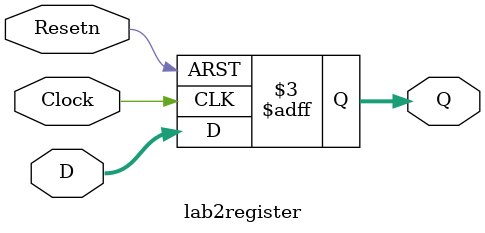
<source format=v>
module lab2register(D,Clock,Resetn,Q);
	input [2:0]D;
	input Clock,Resetn;
	output reg [2:0]Q;
	
	always@(posedge Clock, negedge Resetn)
		if(Resetn == 0)
			Q<= 3'b00;
		else
			Q<=D;
endmodule

</source>
